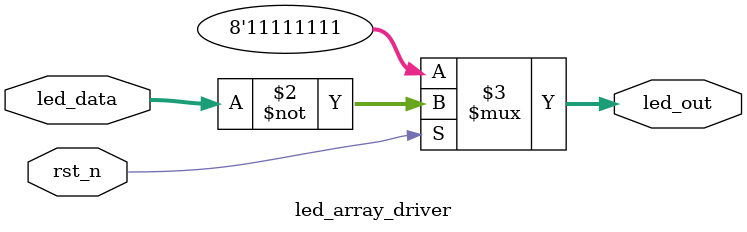
<source format=v>

module led_array_driver (
    input  wire rst_n,        // Reset (Active Low) - 안전장치
    input  wire [7:0] led_data, // Game Logic Data: 1=ON, 0=OFF (직관적 입력)
    output wire [7:0] led_out   // Hardware Signal: 0=ON, 1=OFF (보드 맞춤형)
);

    // ==========================================
    // Output Logic (Combinational)
    // ==========================================
    // rst_n이 0(Reset)이면: 8'hFF (모두 1 = 모두 OFF)
    // rst_n이 1(Normal)이면: ~led_data (1->0 변환하여 켬)
    assign led_out = (!rst_n) ? 8'hFF : ~led_data;

endmodule
</source>
